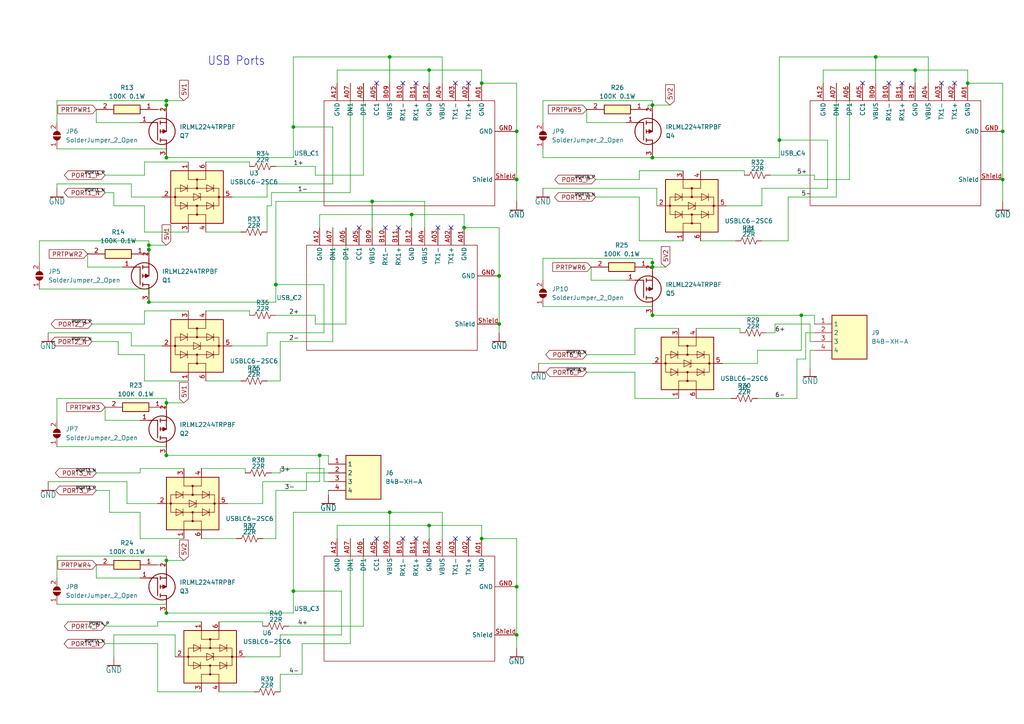
<source format=kicad_sch>
(kicad_sch (version 20230121) (generator eeschema)
  (paper "A4")
  (lib_symbols
    (symbol "Connector:PLUG-USBC-121SMT-4BS2S"
      (property "Reference" "USB_C" (at 0 0 0))
      (symbol "PLUG-USBC-121SMT-4BS2S_1_1"
        (pin bidirectional line (at 20.32 -49.53 180) (length 5.08) (name "GND") (number "A01"))
        (pin bidirectional line (at 20.32 -45.72 180) (length 5.08) (name "TX1+") (number "A02"))
        (pin bidirectional line (at 20.32 -41.91 180) (length 5.08) (name "TX1-") (number "A03"))
        (pin bidirectional line (at 20.32 -38.1 180) (length 5.08) (name "VBUS") (number "A04"))
        (pin bidirectional line (at 20.32 -19.05 180) (length 5.08) (name "CC1") (number "A05"))
        (pin bidirectional line (at 20.32 -15.24 180) (length 5.08) (name "DP1") (number "A06"))
        (pin bidirectional line (at 20.32 -11.43 180) (length 5.08) (name "DN1") (number "A07"))
        (pin bidirectional line (at 20.32 -7.62 180) (length 5.08) (name "GND") (number "A12"))
        (pin bidirectional line (at 20.32 -22.86 180) (length 5.08) (name "VBUS") (number "B09"))
        (pin bidirectional line (at 20.32 -26.67 180) (length 5.08) (name "RX1-") (number "B10"))
        (pin bidirectional line (at 20.32 -30.48 180) (length 5.08) (name "RX1+") (number "B11"))
        (pin bidirectional line (at 20.32 -34.29 180) (length 5.08) (name "GND") (number "B12"))
        (pin bidirectional line (at 6.35 -59.69 90) (length 6.35) (name "GND") (number "GND"))
        (pin bidirectional line (at -7.62 -59.69 90) (length 6.35) (name "Shield") (number "Shield"))
      )
    )
    (symbol "Device:R_US" (pin_numbers hide) (pin_names (offset 0))
      (property "Reference" "R" (at 2.54 0 90))
      (property "Value" "R_US" (at -2.54 0 90))
      (symbol "R_US_1_1"
        (pin passive line (at 0 3.81 270) (length 1.27) (name "~") (number "1"))
        (pin passive line (at 0 -3.81 90) (length 1.27) (name "~") (number "2"))
      )
    )
    (symbol "Jumper:SolderJumper_2_Open" (pin_names (offset 0) hide)
      (property "Reference" "JP" (at 0 2.032 0))
      (property "Value" "SolderJumper_2_Open" (at 0 -2.54 0))
      (symbol "SolderJumper_2_Open_1_1"
        (pin passive line (at -3.81 0 0) (length 2.54) (name "A") (number "1"))
        (pin passive line (at 3.81 0 180) (length 2.54) (name "B") (number "2"))
      )
    )
    (symbol "PLUG-USBC-121SMT-4BS2S_1"
      (property "Reference" "USB_C" (at 0 0 0))
      (symbol "PLUG-USBC-121SMT-4BS2S_1_1_1"
        (pin bidirectional line (at 20.32 -49.53 180) (length 5.08) (name "GND") (number "A01"))
        (pin bidirectional line (at 20.32 -45.72 180) (length 5.08) (name "TX1+") (number "A02"))
        (pin bidirectional line (at 20.32 -41.91 180) (length 5.08) (name "TX1-") (number "A03"))
        (pin bidirectional line (at 20.32 -38.1 180) (length 5.08) (name "VBUS") (number "A04"))
        (pin bidirectional line (at 20.32 -19.05 180) (length 5.08) (name "CC1") (number "A05"))
        (pin bidirectional line (at 20.32 -15.24 180) (length 5.08) (name "DP1") (number "A06"))
        (pin bidirectional line (at 20.32 -11.43 180) (length 5.08) (name "DN1") (number "A07"))
        (pin bidirectional line (at 20.32 -7.62 180) (length 5.08) (name "GND") (number "A12"))
        (pin bidirectional line (at 20.32 -22.86 180) (length 5.08) (name "VBUS") (number "B09"))
        (pin bidirectional line (at 20.32 -26.67 180) (length 5.08) (name "RX1-") (number "B10"))
        (pin bidirectional line (at 20.32 -30.48 180) (length 5.08) (name "RX1+") (number "B11"))
        (pin bidirectional line (at 20.32 -34.29 180) (length 5.08) (name "GND") (number "B12"))
        (pin bidirectional line (at 6.35 -59.69 90) (length 6.35) (name "GND") (number "GND"))
        (pin bidirectional line (at -7.62 -59.69 90) (length 6.35) (name "Shield") (number "Shield"))
      )
    )
    (symbol "Power_Protection:USBLC6-2SC6" (pin_names hide)
      (property "Reference" "U" (at 2.54 8.89 0))
      (property "Value" "USBLC6-2SC6" (at 2.54 -8.89 0))
      (symbol "USBLC6-2SC6_1_1"
        (pin passive line (at -10.16 -2.54 0) (length 2.54) (name "I/O1") (number "1"))
        (pin passive line (at 0 -10.16 90) (length 2.54) (name "GND") (number "2"))
        (pin passive line (at 10.16 -2.54 180) (length 2.54) (name "I/O2") (number "3"))
        (pin passive line (at 10.16 2.54 180) (length 2.54) (name "I/O2") (number "4"))
        (pin passive line (at 0 10.16 270) (length 2.54) (name "VBUS") (number "5"))
        (pin passive line (at -10.16 2.54 0) (length 2.54) (name "I/O1") (number "6"))
      )
    )
    (symbol "Qwiic-USB_Hub-eagle-import:GND" (power)
      (property "Value" "GND" (at 0 -0.254 0))
      (symbol "GND_1_0"
        (pin power_in line (at 0 2.54 270) (length 2.54) (name "GND") (number "1"))
      )
    )
    (symbol "SamacSys_Parts:B4B-XH-A"
      (property "Reference" "J" (at 16.51 7.62 0))
      (property "Value" "B4B-XH-A" (at 16.51 5.08 0))
      (symbol "B4B-XH-A_1_1"
        (pin passive line (at 0 0 0) (length 5.08) (name "1") (number "1"))
        (pin passive line (at 0 -2.54 0) (length 5.08) (name "2") (number "2"))
        (pin passive line (at 0 -5.08 0) (length 5.08) (name "3") (number "3"))
        (pin passive line (at 0 -7.62 0) (length 5.08) (name "4") (number "4"))
      )
    )
    (symbol "SamacSys_Parts:IRLML2244TRPBF" (pin_names hide)
      (property "Reference" "Q" (at 11.43 3.81 0))
      (property "Value" "IRLML2244TRPBF" (at 11.43 1.27 0))
      (symbol "IRLML2244TRPBF_1_1"
        (pin passive line (at 0 0 0) (length 2.54) (name "G") (number "1"))
        (pin passive line (at 7.62 -5.08 90) (length 2.54) (name "S") (number "2"))
        (pin passive line (at 7.62 10.16 270) (length 2.54) (name "D") (number "3"))
      )
    )
    (symbol "SamacSys_Parts:RMCF0603FT100K" (pin_names hide)
      (property "Reference" "R" (at 13.97 6.35 0))
      (property "Value" "RMCF0603FT100K" (at 13.97 3.81 0))
      (symbol "RMCF0603FT100K_1_1"
        (pin passive line (at 0 0 0) (length 5.08) (name "1") (number "1"))
        (pin passive line (at 17.78 0 180) (length 5.08) (name "2") (number "2"))
      )
    )
  )
  (junction (at 189.23 76.2))
  (junction (at 85.09 171.45))
  (junction (at 149.86 52.07))
  (junction (at 43.18 72.39))
  (junction (at 139.7 24.13))
  (junction (at 48.26 45.72))
  (junction (at 189.23 77.47))
  (junction (at 92.71 132.08))
  (junction (at 232.41 91.44))
  (junction (at 189.23 91.44))
  (junction (at 107.95 58.42))
  (junction (at 139.7 156.21))
  (junction (at 124.46 152.4))
  (junction (at 85.09 36.83))
  (junction (at 119.38 62.23))
  (junction (at 189.23 45.72))
  (junction (at 113.03 16.51))
  (junction (at 48.26 177.8))
  (junction (at 134.62 66.04))
  (junction (at 144.78 93.98))
  (junction (at 48.26 162.56))
  (junction (at 254 16.51))
  (junction (at 290.83 38.1))
  (junction (at 113.03 148.59))
  (junction (at 43.18 87.63))
  (junction (at 265.43 20.32))
  (junction (at 149.86 184.15))
  (junction (at 43.18 71.12))
  (junction (at 226.06 40.64))
  (junction (at 149.86 38.1))
  (junction (at 48.26 132.08))
  (junction (at 189.23 30.48))
  (junction (at 48.26 116.84))
  (junction (at 290.83 52.07))
  (junction (at 124.46 20.32))
  (junction (at 149.86 170.18))
  (junction (at 280.67 24.13))
  (junction (at 144.78 80.01))
  (junction (at 80.01 82.55))
  (junction (at 48.26 30.48))
  (junction (at 48.26 29.21))
  (no_connect (at 116.84 156.21))
  (no_connect (at 257.81 24.13))
  (no_connect (at 120.65 24.13))
  (no_connect (at 135.89 156.21))
  (no_connect (at 273.05 24.13))
  (no_connect (at 104.14 66.04))
  (no_connect (at 120.65 156.21))
  (no_connect (at 132.08 24.13))
  (no_connect (at 115.57 66.04))
  (no_connect (at 109.22 156.21))
  (no_connect (at 135.89 24.13))
  (no_connect (at 261.62 24.13))
  (no_connect (at 109.22 24.13))
  (no_connect (at 276.86 24.13))
  (no_connect (at 132.08 156.21))
  (no_connect (at 116.84 24.13))
  (no_connect (at 111.76 66.04))
  (no_connect (at 130.81 66.04))
  (no_connect (at 250.19 24.13))
  (no_connect (at 127 66.04))
  (wire (pts (xy 290.83 24.13) (xy 280.67 24.13)) (stroke (width 0.1524)))
  (wire (pts (xy 80.01 82.55) (xy 80.01 58.42)) (stroke (width 0.1524)))
  (wire (pts (xy 43.18 87.63) (xy 80.01 87.63)) (stroke (width 0.1524)))
  (wire (pts (xy 99.06 184.15) (xy 99.06 171.45)))
  (wire (pts (xy 185.42 57.15) (xy 185.42 69.85)))
  (wire (pts (xy 48.26 116.84) (xy 48.26 118.11)))
  (wire (pts (xy 242.57 24.13) (xy 242.57 57.15)))
  (wire (pts (xy 92.71 62.23) (xy 119.38 62.23)))
  (wire (pts (xy 85.09 45.72) (xy 85.09 36.83)) (stroke (width 0.1524)))
  (wire (pts (xy 45.72 163.83) (xy 48.26 163.83)))
  (wire (pts (xy 149.86 52.07) (xy 149.86 58.42)) (stroke (width 0.1524)))
  (wire (pts (xy 149.86 24.13) (xy 149.86 38.1)) (stroke (width 0.1524)))
  (wire (pts (xy 226.06 40.64) (xy 226.06 16.51)) (stroke (width 0.1524)))
  (wire (pts (xy 157.48 45.72) (xy 189.23 45.72)))
  (wire (pts (xy 246.38 50.8) (xy 246.38 41.91)) (stroke (width 0.1524)))
  (wire (pts (xy 290.83 24.13) (xy 290.83 38.1)) (stroke (width 0.1524)))
  (wire (pts (xy 87.63 195.58) (xy 87.63 186.69)))
  (wire (pts (xy 41.91 46.99) (xy 54.61 46.99)))
  (wire (pts (xy 190.5 54.61) (xy 190.5 59.69)))
  (wire (pts (xy 144.78 66.04) (xy 134.62 66.04)) (stroke (width 0.1524)))
  (wire (pts (xy 77.47 96.52) (xy 93.98 96.52)))
  (wire (pts (xy 27.94 31.75) (xy 27.94 35.56)))
  (wire (pts (xy 81.28 110.49) (xy 77.47 110.49)))
  (wire (pts (xy 144.78 93.98) (xy 144.78 96.52)) (stroke (width 0.1524)))
  (wire (pts (xy 113.03 16.51) (xy 113.03 24.13)) (stroke (width 0.1524)))
  (wire (pts (xy 189.23 91.44) (xy 232.41 91.44)) (stroke (width 0.1524)))
  (wire (pts (xy 78.74 55.88) (xy 101.6 55.88)))
  (wire (pts (xy 170.18 31.75) (xy 170.18 35.56)))
  (wire (pts (xy 226.06 40.64) (xy 240.03 40.64)))
  (wire (pts (xy 88.9 137.16) (xy 95.25 137.16)))
  (wire (pts (xy 134.62 62.23) (xy 134.62 66.04)))
  (wire (pts (xy 58.42 135.89) (xy 71.12 135.89)))
  (wire (pts (xy 123.19 58.42) (xy 107.95 58.42)))
  (wire (pts (xy 128.27 148.59) (xy 113.03 148.59)))
  (wire (pts (xy 203.2 69.85) (xy 213.36 69.85)))
  (wire (pts (xy 238.76 20.32) (xy 265.43 20.32)))
  (wire (pts (xy 48.26 29.21) (xy 53.34 29.21)))
  (wire (pts (xy 170.18 102.87) (xy 184.15 102.87)))
  (wire (pts (xy 232.41 101.6) (xy 232.41 91.44)))
  (wire (pts (xy 187.96 30.48) (xy 187.96 31.75)) (stroke (width 0.1524)))
  (wire (pts (xy 48.26 45.72) (xy 85.09 45.72)) (stroke (width 0.1524)))
  (wire (pts (xy 77.47 59.69) (xy 78.74 59.69)))
  (wire (pts (xy 16.51 43.18) (xy 48.26 43.18)))
  (wire (pts (xy 77.47 67.31) (xy 77.47 59.69)))
  (wire (pts (xy 157.48 35.56) (xy 157.48 29.21)))
  (wire (pts (xy 33.02 59.69) (xy 41.91 59.69)))
  (wire (pts (xy 101.6 55.88) (xy 101.6 24.13)))
  (wire (pts (xy 80.01 142.24) (xy 80.01 156.21)))
  (wire (pts (xy 13.97 139.7) (xy 36.83 139.7)))
  (wire (pts (xy 16.51 54.61) (xy 16.51 53.34)))
  (wire (pts (xy 81.28 184.15) (xy 81.28 190.5)))
  (wire (pts (xy 113.03 148.59) (xy 113.03 156.21)) (stroke (width 0.1524)))
  (wire (pts (xy 45.72 186.69) (xy 45.72 200.66)))
  (wire (pts (xy 16.51 121.92) (xy 16.51 115.57)))
  (wire (pts (xy 25.4 77.47) (xy 35.56 77.47)) (stroke (width 0.1524)))
  (wire (pts (xy 123.19 66.04) (xy 123.19 58.42)))
  (wire (pts (xy 31.75 148.59) (xy 40.64 148.59)))
  (wire (pts (xy 119.38 62.23) (xy 134.62 62.23)))
  (wire (pts (xy 105.41 181.61) (xy 105.41 173.99)) (stroke (width 0.1524)))
  (wire (pts (xy 48.26 31.75) (xy 48.26 30.48)))
  (wire (pts (xy 33.02 184.15) (xy 50.8 184.15)))
  (wire (pts (xy 38.1 57.15) (xy 38.1 53.34)))
  (wire (pts (xy 16.51 29.21) (xy 48.26 29.21)))
  (wire (pts (xy 209.55 105.41) (xy 219.71 105.41)))
  (wire (pts (xy 16.51 115.57) (xy 48.26 115.57)))
  (wire (pts (xy 87.63 186.69) (xy 101.6 186.69)))
  (wire (pts (xy 59.69 110.49) (xy 69.85 110.49)))
  (wire (pts (xy 124.46 152.4) (xy 139.7 152.4)))
  (wire (pts (xy 43.18 69.85) (xy 43.18 71.12)) (stroke (width 0.1524)))
  (wire (pts (xy 107.95 58.42) (xy 107.95 66.04)))
  (wire (pts (xy 92.71 132.08) (xy 95.25 132.08)) (stroke (width 0.1524)))
  (wire (pts (xy 226.06 16.51) (xy 254 16.51)) (stroke (width 0.1524)))
  (wire (pts (xy 93.98 135.89) (xy 81.28 135.89)))
  (wire (pts (xy 113.03 16.51) (xy 113.03 24.13)))
  (wire (pts (xy 128.27 16.51) (xy 113.03 16.51)))
  (wire (pts (xy 234.95 99.06) (xy 234.95 93.98)))
  (wire (pts (xy 265.43 20.32) (xy 265.43 24.13)))
  (wire (pts (xy 139.7 20.32) (xy 139.7 24.13)))
  (wire (pts (xy 41.91 102.87) (xy 41.91 110.49)))
  (wire (pts (xy 83.82 181.61) (xy 95.25 181.61)))
  (wire (pts (xy 77.47 53.34) (xy 96.52 53.34)))
  (wire (pts (xy 11.43 69.85) (xy 43.18 69.85)))
  (wire (pts (xy 91.44 48.26) (xy 91.44 50.8)))
  (wire (pts (xy 50.8 184.15) (xy 50.8 190.5)))
  (wire (pts (xy 11.43 83.82) (xy 43.18 83.82)))
  (wire (pts (xy 246.38 24.13) (xy 246.38 41.91)))
  (wire (pts (xy 58.42 156.21) (xy 68.58 156.21)))
  (wire (pts (xy 156.21 105.41) (xy 189.23 105.41)))
  (wire (pts (xy 48.26 116.84) (xy 53.34 116.84)))
  (wire (pts (xy 48.26 132.08) (xy 92.71 132.08)) (stroke (width 0.1524)))
  (wire (pts (xy 149.86 24.13) (xy 139.7 24.13)) (stroke (width 0.1524)))
  (wire (pts (xy 46.99 100.33) (xy 38.1 100.33)))
  (wire (pts (xy 41.91 93.98) (xy 41.91 90.17)))
  (wire (pts (xy 228.6 69.85) (xy 228.6 57.15)))
  (wire (pts (xy 124.46 20.32) (xy 124.46 24.13)))
  (wire (pts (xy 40.64 137.16) (xy 40.64 135.89)))
  (wire (pts (xy 67.31 57.15) (xy 77.47 57.15)))
  (wire (pts (xy 80.01 87.63) (xy 80.01 82.55)) (stroke (width 0.1524)))
  (wire (pts (xy 101.6 156.21) (xy 101.6 186.69)))
  (wire (pts (xy 30.48 50.8) (xy 41.91 50.8)))
  (wire (pts (xy 33.02 190.5) (xy 33.02 184.15)))
  (wire (pts (xy 220.98 69.85) (xy 228.6 69.85)))
  (wire (pts (xy 149.86 156.21) (xy 149.86 170.18)) (stroke (width 0.1524)))
  (wire (pts (xy 107.95 58.42) (xy 107.95 66.04)) (stroke (width 0.1524)))
  (wire (pts (xy 157.48 88.9) (xy 189.23 88.9)))
  (wire (pts (xy 34.29 102.87) (xy 41.91 102.87)))
  (wire (pts (xy 172.72 57.15) (xy 185.42 57.15)))
  (wire (pts (xy 189.23 29.21) (xy 189.23 30.48)) (stroke (width 0.1524)))
  (wire (pts (xy 38.1 100.33) (xy 38.1 96.52)))
  (wire (pts (xy 157.48 29.21) (xy 189.23 29.21)))
  (wire (pts (xy 85.09 171.45) (xy 85.09 148.59)) (stroke (width 0.1524)))
  (wire (pts (xy 85.09 177.8) (xy 85.09 171.45)) (stroke (width 0.1524)))
  (wire (pts (xy 220.98 54.61) (xy 220.98 59.69)))
  (wire (pts (xy 66.04 146.05) (xy 76.2 146.05)))
  (wire (pts (xy 81.28 195.58) (xy 87.63 195.58)))
  (wire (pts (xy 149.86 156.21) (xy 139.7 156.21)) (stroke (width 0.1524)))
  (wire (pts (xy 189.23 76.2) (xy 189.23 77.47)) (stroke (width 0.1524)))
  (wire (pts (xy 269.24 16.51) (xy 254 16.51)))
  (wire (pts (xy 210.82 59.69) (xy 220.98 59.69)))
  (wire (pts (xy 59.69 46.99) (xy 72.39 46.99)))
  (wire (pts (xy 91.44 93.98) (xy 100.33 93.98)))
  (wire (pts (xy 97.79 156.21) (xy 97.79 152.4)))
  (wire (pts (xy 48.26 115.57) (xy 48.26 116.84)) (stroke (width 0.1524)))
  (wire (pts (xy 189.23 45.72) (xy 226.06 45.72)) (stroke (width 0.1524)))
  (wire (pts (xy 269.24 24.13) (xy 269.24 16.51)))
  (wire (pts (xy 171.45 77.47) (xy 171.45 81.28)))
  (wire (pts (xy 16.51 161.29) (xy 48.26 161.29)))
  (wire (pts (xy 91.44 50.8) (xy 105.41 50.8)))
  (wire (pts (xy 96.52 53.34) (xy 96.52 36.83)))
  (wire (pts (xy 16.51 129.54) (xy 48.26 129.54)))
  (wire (pts (xy 33.02 59.69) (xy 33.02 55.88)))
  (wire (pts (xy 43.18 71.12) (xy 43.18 72.39)) (stroke (width 0.1524)))
  (wire (pts (xy 170.18 35.56) (xy 181.61 35.56)) (stroke (width 0.1524)))
  (wire (pts (xy 45.72 31.75) (xy 48.26 31.75)))
  (wire (pts (xy 80.01 58.42) (xy 107.95 58.42)) (stroke (width 0.1524)))
  (wire (pts (xy 72.39 46.99) (xy 72.39 48.26)))
  (wire (pts (xy 34.29 99.06) (xy 34.29 102.87)))
  (wire (pts (xy 30.48 181.61) (xy 45.72 181.61)))
  (wire (pts (xy 85.09 148.59) (xy 113.03 148.59)) (stroke (width 0.1524)))
  (wire (pts (xy 41.91 90.17) (xy 54.61 90.17)))
  (wire (pts (xy 219.71 101.6) (xy 232.41 101.6)))
  (wire (pts (xy 45.72 200.66) (xy 58.42 200.66)))
  (wire (pts (xy 139.7 152.4) (xy 139.7 156.21)))
  (wire (pts (xy 77.47 57.15) (xy 77.47 53.34)))
  (wire (pts (xy 59.69 90.17) (xy 72.39 90.17)))
  (wire (pts (xy 189.23 74.93) (xy 189.23 76.2)) (stroke (width 0.1524)))
  (wire (pts (xy 189.23 77.47) (xy 193.04 77.47)))
  (wire (pts (xy 189.23 30.48) (xy 194.31 30.48)))
  (wire (pts (xy 63.5 200.66) (xy 73.66 200.66)))
  (wire (pts (xy 232.41 91.44) (xy 236.22 91.44)) (stroke (width 0.1524)))
  (wire (pts (xy 124.46 152.4) (xy 124.46 156.21)))
  (wire (pts (xy 223.52 50.8) (xy 236.22 50.8)))
  (wire (pts (xy 236.22 52.07) (xy 246.38 52.07)))
  (wire (pts (xy 215.9 49.53) (xy 215.9 50.8)))
  (wire (pts (xy 149.86 187.96) (xy 149.86 184.15)) (stroke (width 0.1524)))
  (wire (pts (xy 95.25 132.08) (xy 95.25 134.62)) (stroke (width 0.1524)))
  (wire (pts (xy 149.86 38.1) (xy 149.86 52.07)) (stroke (width 0.1524)))
  (wire (pts (xy 280.67 20.32) (xy 280.67 24.13)))
  (wire (pts (xy 100.33 66.04) (xy 100.33 83.82)))
  (wire (pts (xy 157.48 54.61) (xy 190.5 54.61)))
  (wire (pts (xy 228.6 57.15) (xy 242.57 57.15)))
  (wire (pts (xy 214.63 95.25) (xy 214.63 96.52)))
  (wire (pts (xy 119.38 62.23) (xy 119.38 66.04)))
  (wire (pts (xy 184.15 115.57) (xy 196.85 115.57)))
  (wire (pts (xy 26.67 99.06) (xy 34.29 99.06)))
  (wire (pts (xy 95.25 139.7) (xy 93.98 139.7)))
  (wire (pts (xy 40.64 156.21) (xy 53.34 156.21)))
  (wire (pts (xy 41.91 50.8) (xy 41.91 46.99)))
  (wire (pts (xy 45.72 181.61) (xy 45.72 180.34)))
  (wire (pts (xy 27.94 35.56) (xy 40.64 35.56)) (stroke (width 0.1524)))
  (wire (pts (xy 233.68 96.52) (xy 233.68 104.14)))
  (wire (pts (xy 220.98 54.61) (xy 240.03 54.61)))
  (wire (pts (xy 219.71 105.41) (xy 219.71 101.6)))
  (wire (pts (xy 236.22 50.8) (xy 236.22 52.07)))
  (wire (pts (xy 13.97 96.52) (xy 38.1 96.52)))
  (wire (pts (xy 48.26 161.29) (xy 48.26 162.56)) (stroke (width 0.1524)))
  (wire (pts (xy 63.5 180.34) (xy 76.2 180.34)))
  (wire (pts (xy 157.48 81.28) (xy 157.48 74.93)))
  (wire (pts (xy 33.02 121.92) (xy 40.64 121.92)))
  (wire (pts (xy 222.25 96.52) (xy 224.79 96.52)))
  (wire (pts (xy 144.78 80.01) (xy 144.78 93.98)) (stroke (width 0.1524)))
  (wire (pts (xy 71.12 135.89) (xy 71.12 137.16)))
  (wire (pts (xy 48.26 162.56) (xy 53.34 162.56)))
  (wire (pts (xy 128.27 24.13) (xy 128.27 16.51)))
  (wire (pts (xy 80.01 91.44) (xy 91.44 91.44)))
  (wire (pts (xy 81.28 184.15) (xy 99.06 184.15)))
  (wire (pts (xy 88.9 142.24) (xy 88.9 137.16)))
  (wire (pts (xy 81.28 99.06) (xy 96.52 99.06)))
  (wire (pts (xy 201.93 115.57) (xy 212.09 115.57)))
  (wire (pts (xy 187.96 30.48) (xy 189.23 30.48)) (stroke (width 0.1524)))
  (wire (pts (xy 16.51 53.34) (xy 38.1 53.34)))
  (wire (pts (xy 48.26 129.54) (xy 48.26 132.08)) (stroke (width 0.1524)))
  (wire (pts (xy 233.68 104.14) (xy 231.14 104.14)))
  (wire (pts (xy 96.52 66.04) (xy 96.52 99.06)))
  (wire (pts (xy 93.98 139.7) (xy 93.98 135.89)))
  (wire (pts (xy 99.06 171.45) (xy 85.09 171.45)))
  (wire (pts (xy 40.64 135.89) (xy 53.34 135.89)))
  (wire (pts (xy 157.48 74.93) (xy 189.23 74.93)))
  (wire (pts (xy 16.51 175.26) (xy 48.26 175.26)))
  (wire (pts (xy 170.18 107.95) (xy 184.15 107.95)))
  (wire (pts (xy 97.79 20.32) (xy 124.46 20.32)))
  (wire (pts (xy 45.72 180.34) (xy 58.42 180.34)))
  (wire (pts (xy 97.79 152.4) (xy 124.46 152.4)))
  (wire (pts (xy 30.48 186.69) (xy 45.72 186.69)))
  (wire (pts (xy 27.94 163.83) (xy 27.94 167.64)))
  (wire (pts (xy 185.42 49.53) (xy 198.12 49.53)))
  (wire (pts (xy 16.51 167.64) (xy 16.51 161.29)))
  (wire (pts (xy 41.91 67.31) (xy 54.61 67.31)))
  (wire (pts (xy 100.33 92.71) (xy 100.33 83.82)) (stroke (width 0.1524)))
  (wire (pts (xy 184.15 102.87) (xy 184.15 95.25)))
  (wire (pts (xy 85.09 36.83) (xy 85.09 16.51)) (stroke (width 0.1524)))
  (wire (pts (xy 265.43 20.32) (xy 280.67 20.32)))
  (wire (pts (xy 16.51 35.56) (xy 16.51 29.21)))
  (wire (pts (xy 76.2 139.7) (xy 92.71 139.7)))
  (wire (pts (xy 95.25 181.61) (xy 105.41 181.61)) (stroke (width 0.1524)))
  (wire (pts (xy 128.27 156.21) (xy 128.27 148.59)))
  (wire (pts (xy 48.26 43.18) (xy 48.26 45.72)))
  (wire (pts (xy 246.38 52.07) (xy 246.38 50.8)))
  (wire (pts (xy 231.14 104.14) (xy 231.14 115.57)))
  (wire (pts (xy 219.71 115.57) (xy 231.14 115.57)))
  (wire (pts (xy 85.09 16.51) (xy 113.03 16.51)) (stroke (width 0.1524)))
  (wire (pts (xy 59.69 67.31) (xy 69.85 67.31)))
  (wire (pts (xy 290.83 52.07) (xy 290.83 58.42)) (stroke (width 0.1524)))
  (wire (pts (xy 26.67 93.98) (xy 41.91 93.98)))
  (wire (pts (xy 46.99 57.15) (xy 38.1 57.15)))
  (wire (pts (xy 78.74 137.16) (xy 81.28 137.16)))
  (wire (pts (xy 71.12 190.5) (xy 81.28 190.5)))
  (wire (pts (xy 45.72 146.05) (xy 36.83 146.05)))
  (wire (pts (xy 105.41 50.8) (xy 105.41 24.13)))
  (wire (pts (xy 184.15 95.25) (xy 196.85 95.25)))
  (wire (pts (xy 240.03 54.61) (xy 240.03 40.64)))
  (wire (pts (xy 97.79 24.13) (xy 97.79 20.32)))
  (wire (pts (xy 95.25 142.24) (xy 95.25 143.51)) (stroke (width 0.1524)))
  (wire (pts (xy 76.2 180.34) (xy 76.2 181.61)))
  (wire (pts (xy 40.64 148.59) (xy 40.64 156.21)))
  (wire (pts (xy 80.01 156.21) (xy 76.2 156.21)))
  (wire (pts (xy 27.94 167.64) (xy 40.64 167.64)) (stroke (width 0.1524)))
  (wire (pts (xy 233.68 96.52) (xy 236.22 96.52)))
  (wire (pts (xy 92.71 132.08) (xy 92.71 139.7)))
  (wire (pts (xy 80.01 142.24) (xy 88.9 142.24)))
  (wire (pts (xy 234.95 101.6) (xy 234.95 106.68)) (stroke (width 0.1524)))
  (wire (pts (xy 43.18 71.12) (xy 48.26 71.12)))
  (wire (pts (xy 226.06 45.72) (xy 226.06 40.64)) (stroke (width 0.1524)))
  (wire (pts (xy 80.01 48.26) (xy 91.44 48.26)))
  (wire (pts (xy 81.28 200.66) (xy 81.28 195.58)))
  (wire (pts (xy 171.45 81.28) (xy 181.61 81.28)) (stroke (width 0.1524)))
  (wire (pts (xy 27.94 137.16) (xy 40.64 137.16)))
  (wire (pts (xy 93.98 96.52) (xy 93.98 82.55)))
  (wire (pts (xy 290.83 38.1) (xy 290.83 52.07)) (stroke (width 0.1524)))
  (wire (pts (xy 48.26 175.26) (xy 48.26 177.8)) (stroke (width 0.1524)))
  (wire (pts (xy 254 16.51) (xy 254 24.13)))
  (wire (pts (xy 81.28 135.89) (xy 81.28 137.16)))
  (wire (pts (xy 236.22 91.44) (xy 236.22 93.98)) (stroke (width 0.1524)))
  (wire (pts (xy 41.91 110.49) (xy 54.61 110.49)))
  (wire (pts (xy 93.98 82.55) (xy 80.01 82.55)))
  (wire (pts (xy 27.94 142.24) (xy 31.75 142.24)))
  (wire (pts (xy 189.23 88.9) (xy 189.23 91.44)) (stroke (width 0.1524)))
  (wire (pts (xy 72.39 90.17) (xy 72.39 91.44)))
  (wire (pts (xy 224.79 93.98) (xy 224.79 96.52)))
  (wire (pts (xy 92.71 66.04) (xy 92.71 62.23)))
  (wire (pts (xy 30.48 55.88) (xy 33.02 55.88)))
  (wire (pts (xy 203.2 49.53) (xy 215.9 49.53)))
  (wire (pts (xy 48.26 177.8) (xy 85.09 177.8)) (stroke (width 0.1524)))
  (wire (pts (xy 33.02 121.92) (xy 30.48 121.92)) (stroke (width 0.1524)))
  (wire (pts (xy 11.43 76.2) (xy 11.43 69.85)))
  (wire (pts (xy 234.95 101.6) (xy 236.22 101.6)) (stroke (width 0.1524)))
  (wire (pts (xy 185.42 52.07) (xy 185.42 49.53)))
  (wire (pts (xy 41.91 59.69) (xy 41.91 67.31)))
  (wire (pts (xy 172.72 52.07) (xy 185.42 52.07)))
  (wire (pts (xy 234.95 93.98) (xy 224.79 93.98)))
  (wire (pts (xy 30.48 118.11) (xy 30.48 121.92)))
  (wire (pts (xy 91.44 91.44) (xy 91.44 93.98)))
  (wire (pts (xy 185.42 69.85) (xy 198.12 69.85)))
  (wire (pts (xy 100.33 93.98) (xy 100.33 92.71)))
  (wire (pts (xy 76.2 139.7) (xy 76.2 146.05)))
  (wire (pts (xy 81.28 99.06) (xy 81.28 110.49)))
  (wire (pts (xy 43.18 85.09) (xy 43.18 87.63)) (stroke (width 0.1524)))
  (wire (pts (xy 144.78 66.04) (xy 144.78 80.01)) (stroke (width 0.1524)))
  (wire (pts (xy 43.18 83.82) (xy 43.18 85.09)))
  (wire (pts (xy 105.41 156.21) (xy 105.41 173.99)))
  (wire (pts (xy 254 16.51) (xy 254 24.13)) (stroke (width 0.1524)))
  (wire (pts (xy 43.18 72.39) (xy 43.18 73.66)) (stroke (width 0.1524)))
  (wire (pts (xy 67.31 100.33) (xy 77.47 100.33)))
  (wire (pts (xy 48.26 163.83) (xy 48.26 162.56)))
  (wire (pts (xy 77.47 100.33) (xy 77.47 96.52)))
  (wire (pts (xy 184.15 107.95) (xy 184.15 115.57)))
  (wire (pts (xy 124.46 20.32) (xy 139.7 20.32)))
  (wire (pts (xy 238.76 24.13) (xy 238.76 20.32)))
  (wire (pts (xy 48.26 29.21) (xy 48.26 30.48)))
  (wire (pts (xy 96.52 36.83) (xy 85.09 36.83)))
  (wire (pts (xy 113.03 148.59) (xy 113.03 156.21)))
  (wire (pts (xy 236.22 99.06) (xy 234.95 99.06)))
  (wire (pts (xy 31.75 142.24) (xy 31.75 148.59)))
  (wire (pts (xy 149.86 170.18) (xy 149.86 184.15)) (stroke (width 0.1524)))
  (wire (pts (xy 25.4 73.66) (xy 25.4 77.47)))
  (wire (pts (xy 78.74 59.69) (xy 78.74 55.88)))
  (wire (pts (xy 36.83 146.05) (xy 36.83 139.7)))
  (wire (pts (xy 157.48 45.72) (xy 157.48 43.18)))
  (wire (pts (xy 201.93 95.25) (xy 214.63 95.25)))
  (text "USB Ports" (at 68.58 17.78 0) (effects (font (size 2.54 2.159))))
  (label "2+" (at 83.82 91.44 0))
  (label "6+" (at 224.79 96.52 0))
  (label "PORT3_P" (at 27.94 142.24 180) (effects (font (size 0.889 0.889))))
  (label "3+" (at 81.28 137.16 0))
  (label "1+" (at 85.09 48.26 0))
  (label "PORT6_P" (at 170.18 107.95 180) (effects (font (size 0.889 0.889))))
  (label "PORT2_N" (at 26.67 99.06 180) (effects (font (size 0.889 0.889))))
  (label "6-" (at 224.79 115.57 0))
  (label "4-" (at 83.82 195.58 0))
  (label "PORT4_N" (at 30.48 186.69 180) (effects (font (size 0.889 0.889))))
  (label "PORT1_P" (at 30.48 50.8 180) (effects (font (size 0.889 0.889))))
  (label "PORT3_N" (at 27.94 137.16 180) (effects (font (size 0.889 0.889))))
  (label "PORT2_P" (at 26.67 93.98 180) (effects (font (size 0.889 0.889))))
  (label "1-" (at 86.36 55.88 0))
  (label "PORT4_P" (at 31.75 181.61 180) (effects (font (size 0.889 0.889))))
  (label "5-" (at 232.41 57.15 0))
  (label "PORT5_N" (at 172.72 57.15 180) (effects (font (size 0.889 0.889))))
  (label "PORT6_N" (at 170.18 102.87 180) (effects (font (size 0.889 0.889))))
  (label "4+" (at 86.36 181.61 0))
  (label "PORT5_P" (at 172.72 52.07 180) (effects (font (size 0.889 0.889))))
  (label "2-" (at 83.82 99.06 0))
  (label "5+" (at 231.14 50.8 0))
  (label "3-" (at 82.55 142.24 0))
  (label "PORT1_N" (at 30.48 55.88 180) (effects (font (size 0.889 0.889))))
  (global_label "5V2" (shape input) (at 53.34 162.56 90) (property "Intersheetrefs" "${INTERSHEET_REFS}" (effects hide)))
  (global_label "PORT1_P" (shape bidirectional) (at 30.48 50.8 180) (property "Intersheetrefs" "${INTERSHEET_REFS}" (effects hide)))
  (global_label "PORT5_N" (shape bidirectional) (at 172.72 57.15 180) (property "Intersheetrefs" "${INTERSHEET_REFS}" (effects hide)))
  (global_label "PORT3_N" (shape bidirectional) (at 27.94 137.16 180) (property "Intersheetrefs" "${INTERSHEET_REFS}" (effects hide)))
  (global_label "PORT3_P" (shape bidirectional) (at 27.94 142.24 180) (property "Intersheetrefs" "${INTERSHEET_REFS}" (effects hide)))
  (global_label "PRTPWR5" (shape input) (at 170.18 31.75 180) (property "Intersheetrefs" "${INTERSHEET_REFS}" (effects hide)))
  (global_label "PORT6_N" (shape bidirectional) (at 170.18 102.87 180) (property "Intersheetrefs" "${INTERSHEET_REFS}" (effects hide)))
  (global_label "5V1" (shape input) (at 53.34 116.84 90) (property "Intersheetrefs" "${INTERSHEET_REFS}" (effects hide)))
  (global_label "PRTPWR3" (shape input) (at 30.48 118.11 180) (property "Intersheetrefs" "${INTERSHEET_REFS}" (effects hide)))
  (global_label "PORT1_N" (shape bidirectional) (at 30.48 55.88 180) (property "Intersheetrefs" "${INTERSHEET_REFS}" (effects hide)))
  (global_label "5V2" (shape input) (at 194.31 30.48 90) (property "Intersheetrefs" "${INTERSHEET_REFS}" (effects hide)))
  (global_label "PORT2_P" (shape bidirectional) (at 26.67 93.98 180) (property "Intersheetrefs" "${INTERSHEET_REFS}" (effects hide)))
  (global_label "PORT5_P" (shape bidirectional) (at 172.72 52.07 180) (property "Intersheetrefs" "${INTERSHEET_REFS}" (effects hide)))
  (global_label "PORT6_P" (shape bidirectional) (at 170.18 107.95 180) (property "Intersheetrefs" "${INTERSHEET_REFS}" (effects hide)))
  (global_label "5V1" (shape input) (at 53.34 29.21 90) (property "Intersheetrefs" "${INTERSHEET_REFS}" (effects hide)))
  (global_label "PORT4_P" (shape bidirectional) (at 30.48 181.61 180) (property "Intersheetrefs" "${INTERSHEET_REFS}" (effects hide)))
  (global_label "PRTPWR1" (shape input) (at 27.94 31.75 180) (property "Intersheetrefs" "${INTERSHEET_REFS}" (effects hide)))
  (global_label "PRTPWR4" (shape input) (at 27.94 163.83 180) (property "Intersheetrefs" "${INTERSHEET_REFS}" (effects hide)))
  (global_label "PORT2_N" (shape bidirectional) (at 26.67 99.06 180) (property "Intersheetrefs" "${INTERSHEET_REFS}" (effects hide)))
  (global_label "PRTPWR2" (shape input) (at 25.4 73.66 180) (property "Intersheetrefs" "${INTERSHEET_REFS}" (effects hide)))
  (global_label "5V2" (shape input) (at 193.04 77.47 90) (property "Intersheetrefs" "${INTERSHEET_REFS}" (effects hide)))
  (global_label "5V1" (shape input) (at 48.26 71.12 90) (property "Intersheetrefs" "${INTERSHEET_REFS}" (effects hide)))
  (global_label "PORT4_N" (shape bidirectional) (at 30.48 186.69 180) (property "Intersheetrefs" "${INTERSHEET_REFS}" (effects hide)))
  (global_label "PRTPWR6" (shape input) (at 171.45 77.47 180) (property "Intersheetrefs" "${INTERSHEET_REFS}" (effects hide)))
  (symbol (lib_id "SamacSys_Parts:IRLML2244TRPBF") (at 35.56 77.47 0) (mirror x) (unit 1)
    (property "Reference" "Q1" (at 46.99 81.28 0) (effects (justify left)))
    (property "Value" "IRLML2244TRPBF" (at 46.99 78.74 0) (effects (justify left)))
    (property "Footprint" "SOT95P237X112-3N" (effects hide))
    (property "Datasheet" "https://mouser.componentsearchengine.com/Datasheets/5/IRLML2244TRPBF.pdf" (effects hide))
    (property "Height" "1.12" (effects hide))
    (property "Manufacturer_Name" "Infineon" (effects hide))
    (property "Manufacturer_Part_Number" "IRLML2244TRPBF" (effects hide))
    (property "Mouser Part Number" "942-IRLML2244TRPBF" (effects hide))
    (property "Mouser Price/Stock" "https://www.mouser.co.uk/ProductDetail/Infineon-Technologies/IRLML2244TRPBF?qs=9%252BKlkBgLFf2tCL30qYbaQQ%3D%3D" (effects hide))
    (property "Arrow Part Number" "IRLML2244TRPBF" (effects hide))
    (property "Arrow Price/Stock" "https://www.arrow.com/en/products/irlml2244trpbf/infineon-technologies-ag?region=nac" (effects hide))
  )
  (symbol (lib_name "PLUG-USBC-121SMT-4BS2S_1") (lib_id "Connector:PLUG-USBC-121SMT-4BS2S") (at 231.14 44.45 90) (unit 1)
    (property "Reference" "USB_C4" (at 233.68 44.45 90) (effects (justify left)))
    (property "Value" "~" (at 231.14 44.45 0))
    (property "Footprint" "Connector_USB:PLUG-USBC-121SMT-4BS2S" (effects hide))
    (property "Datasheet" "https://globtek.secure.force.com/spec/pdf/2342616/d2760419" (effects hide))
  )
  (symbol (lib_id "Connector:PLUG-USBC-121SMT-4BS2S") (at 85.09 86.36 90) (unit 1)
    (property "Reference" "USB_C2" (at 87.63 86.36 90) (effects (justify left)))
    (property "Value" "~" (at 85.09 86.36 0))
    (property "Footprint" "Connector_USB:PLUG-USBC-121SMT-4BS2S" (effects hide))
    (property "Datasheet" "https://globtek.secure.force.com/spec/pdf/2342616/d2760419" (effects hide))
  )
  (symbol (lib_id "Device:R_US") (at 72.39 156.21 270) (unit 1)
    (property "Reference" "R37" (at 72.39 152.527 90))
    (property "Value" "22R" (at 72.39 154.305 90))
    (property "Footprint" "Resistor_SMD:R_0603_1608Metric" (effects hide))
  )
  (symbol (lib_id "Jumper:SolderJumper_2_Open") (at 11.43 80.01 90) (unit 1)
    (property "Reference" "JP5" (at 13.97 78.74 90) (effects (justify right)))
    (property "Value" "SolderJumper_2_Open" (at 13.97 81.28 90) (effects (justify right)))
    (property "Footprint" "Jumper:SolderJumper-2_P1.3mm_Open_Pad1.0x1.5mm" (effects hide))
  )
  (symbol (lib_id "SamacSys_Parts:RMCF0603FT100K") (at 43.18 73.66 180) (unit 1)
    (property "Reference" "R14" (at 34.29 67.31 0))
    (property "Value" "100K 0.1W" (at 34.29 69.85 0))
    (property "Footprint" "RESC1608X55N" (effects hide))
    (property "Datasheet" "https://www.seielect.com/Catalog/SEI-RMCF_RMCP.pdf" (effects hide))
    (property "Height" "0.55" (effects hide))
    (property "Manufacturer_Name" "Stackpole Electronics, Inc." (effects hide))
    (property "Manufacturer_Part_Number" "RMCF0603FT100K" (effects hide))
    (property "Mouser Part Number" "708-RMCF0603FT100K" (effects hide))
    (property "Mouser Price/Stock" "https://www.mouser.co.uk/ProductDetail/SEI-Stackpole/RMCF0603FT100K?qs=MyNHzdoqoQJaOoUDs3M%252BVg%3D%3D" (effects hide))
    (property "Arrow Part Number" "RMCF0603FT100K" (effects hide))
    (property "Arrow Price/Stock" "https://www.arrow.com/en/products/rmcf0603ft100k/stackpole-electronics?region=nac" (effects hide))
  )
  (symbol (lib_id "Device:R_US") (at 219.71 50.8 270) (unit 1)
    (property "Reference" "R32" (at 219.71 47.117 90))
    (property "Value" "22R" (at 219.71 48.895 90))
    (property "Footprint" "Resistor_SMD:R_0603_1608Metric" (effects hide))
  )
  (symbol (lib_id "Connector:PLUG-USBC-121SMT-4BS2S") (at 90.17 176.53 90) (unit 1)
    (property "Reference" "USB_C3" (at 92.71 176.53 90) (effects (justify left)))
    (property "Value" "~" (at 90.17 176.53 0))
    (property "Footprint" "Connector_USB:PLUG-USBC-121SMT-4BS2S" (effects hide))
  )
  (symbol (lib_id "Device:R_US") (at 73.66 67.31 270) (unit 1)
    (property "Reference" "R33" (at 73.66 63.627 90))
    (property "Value" "22R" (at 73.66 65.405 90))
    (property "Footprint" "Resistor_SMD:R_0603_1608Metric" (effects hide))
  )
  (symbol (lib_id "Device:R_US") (at 215.9 115.57 270) (unit 1)
    (property "Reference" "R30" (at 215.9 111.887 90))
    (property "Value" "22R" (at 215.9 113.665 90))
    (property "Footprint" "Resistor_SMD:R_0603_1608Metric" (effects hide))
  )
  (symbol (lib_id "Qwiic-USB_Hub-eagle-import:GND") (at 290.83 60.96 0) (unit 1)
    (property "Reference" "#GND049" (effects hide))
    (property "Value" "GND" (at 290.83 61.214 0) (effects (font (size 1.778 1.5113)) (justify top)))
  )
  (symbol (lib_id "Power_Protection:USBLC6-2SC6") (at 57.15 57.15 270) (unit 1)
    (property "Reference" "U3" (at 73.66 50.2219 90))
    (property "Value" "USBLC6-2SC6" (at 73.66 52.7619 90))
    (property "Footprint" "Package_TO_SOT_SMD:SOT-23-6" (effects hide))
    (property "Datasheet" "https://www.st.com/resource/en/datasheet/usblc6-2.pdf" (effects hide))
  )
  (symbol (lib_id "Qwiic-USB_Hub-eagle-import:GND") (at 33.02 193.04 0) (unit 1)
    (property "Reference" "#GND044" (effects hide))
    (property "Value" "GND" (at 33.02 193.294 0) (effects (font (size 1.778 1.5113)) (justify top)))
  )
  (symbol (lib_id "Power_Protection:USBLC6-2SC6") (at 55.88 146.05 270) (mirror x) (unit 1)
    (property "Reference" "U5" (at 72.39 152.9781 90))
    (property "Value" "USBLC6-2SC6" (at 72.39 150.4381 90))
    (property "Footprint" "Package_TO_SOT_SMD:SOT-23-6" (effects hide))
    (property "Datasheet" "https://www.st.com/resource/en/datasheet/usblc6-2.pdf" (effects hide))
  )
  (symbol (lib_id "Device:R_US") (at 217.17 69.85 270) (unit 1)
    (property "Reference" "R31" (at 217.17 66.167 90))
    (property "Value" "22R" (at 217.17 67.945 90))
    (property "Footprint" "Resistor_SMD:R_0603_1608Metric" (effects hide))
  )
  (symbol (lib_id "SamacSys_Parts:IRLML2244TRPBF") (at 40.64 121.92 0) (mirror x) (unit 1)
    (property "Reference" "Q2" (at 52.07 125.73 0) (effects (justify left)))
    (property "Value" "IRLML2244TRPBF" (at 52.07 123.19 0) (effects (justify left)))
    (property "Footprint" "SOT95P237X112-3N" (effects hide))
    (property "Datasheet" "https://mouser.componentsearchengine.com/Datasheets/5/IRLML2244TRPBF.pdf" (effects hide))
    (property "Height" "1.12" (effects hide))
    (property "Manufacturer_Name" "Infineon" (effects hide))
    (property "Manufacturer_Part_Number" "IRLML2244TRPBF" (effects hide))
    (property "Mouser Part Number" "942-IRLML2244TRPBF" (effects hide))
    (property "Mouser Price/Stock" "https://www.mouser.co.uk/ProductDetail/Infineon-Technologies/IRLML2244TRPBF?qs=9%252BKlkBgLFf2tCL30qYbaQQ%3D%3D" (effects hide))
    (property "Arrow Part Number" "IRLML2244TRPBF" (effects hide))
    (property "Arrow Price/Stock" "https://www.arrow.com/en/products/irlml2244trpbf/infineon-technologies-ag?region=nac" (effects hide))
  )
  (symbol (lib_id "Jumper:SolderJumper_2_Open") (at 16.51 39.37 90) (unit 1)
    (property "Reference" "JP6" (at 19.05 38.1 90) (effects (justify right)))
    (property "Value" "SolderJumper_2_Open" (at 19.05 40.64 90) (effects (justify right)))
    (property "Footprint" "Jumper:SolderJumper-2_P1.3mm_Open_Pad1.0x1.5mm" (effects hide))
  )
  (symbol (lib_id "Device:R_US") (at 77.47 200.66 270) (unit 1)
    (property "Reference" "R39" (at 77.47 196.977 90))
    (property "Value" "22R" (at 77.47 198.755 90))
    (property "Footprint" "Resistor_SMD:R_0603_1608Metric" (effects hide))
  )
  (symbol (lib_id "SamacSys_Parts:B4B-XH-A") (at 95.25 134.62 0) (unit 1)
    (property "Reference" "J6" (at 111.76 137.16 0) (effects (justify left)))
    (property "Value" "B4B-XH-A" (at 111.76 139.7 0) (effects (justify left)))
    (property "Footprint" "B4BXHA" (effects hide))
    (property "Datasheet" "https://www.jst-mfg.com/product/pdf/eng/eXH.pdf" (effects hide))
    (property "Height" "7" (effects hide))
    (property "Manufacturer_Name" "JST (JAPAN SOLDERLESS TERMINALS)" (effects hide))
    (property "Manufacturer_Part_Number" "B4B-XH-A" (effects hide))
  )
  (symbol (lib_id "Jumper:SolderJumper_2_Open") (at 157.48 39.37 90) (unit 1)
    (property "Reference" "JP9" (at 160.02 38.1 90) (effects (justify right)))
    (property "Value" "SolderJumper_2_Open" (at 160.02 40.64 90) (effects (justify right)))
    (property "Footprint" "Jumper:SolderJumper-2_P1.3mm_Open_Pad1.0x1.5mm" (effects hide))
  )
  (symbol (lib_id "Jumper:SolderJumper_2_Open") (at 16.51 171.45 90) (unit 1)
    (property "Reference" "JP8" (at 19.05 170.18 90) (effects (justify right)))
    (property "Value" "SolderJumper_2_Open" (at 19.05 172.72 90) (effects (justify right)))
    (property "Footprint" "Jumper:SolderJumper-2_P1.3mm_Open_Pad1.0x1.5mm" (effects hide))
  )
  (symbol (lib_id "SamacSys_Parts:RMCF0603FT100K") (at 45.72 31.75 180) (unit 1)
    (property "Reference" "R13" (at 36.83 25.4 0))
    (property "Value" "100K 0.1W" (at 36.83 27.94 0))
    (property "Footprint" "RESC1608X55N" (effects hide))
    (property "Datasheet" "https://www.seielect.com/Catalog/SEI-RMCF_RMCP.pdf" (effects hide))
    (property "Height" "0.55" (effects hide))
    (property "Manufacturer_Name" "Stackpole Electronics, Inc." (effects hide))
    (property "Manufacturer_Part_Number" "RMCF0603FT100K" (effects hide))
    (property "Mouser Part Number" "708-RMCF0603FT100K" (effects hide))
    (property "Mouser Price/Stock" "https://www.mouser.co.uk/ProductDetail/SEI-Stackpole/RMCF0603FT100K?qs=MyNHzdoqoQJaOoUDs3M%252BVg%3D%3D" (effects hide))
    (property "Arrow Part Number" "RMCF0603FT100K" (effects hide))
    (property "Arrow Price/Stock" "https://www.arrow.com/en/products/rmcf0603ft100k/stackpole-electronics?region=nac" (effects hide))
  )
  (symbol (lib_id "SamacSys_Parts:RMCF0603FT100K") (at 189.23 77.47 180) (unit 1)
    (property "Reference" "R25" (at 180.34 71.12 0))
    (property "Value" "100K 0.1W" (at 180.34 73.66 0))
    (property "Footprint" "RESC1608X55N" (effects hide))
    (property "Datasheet" "https://www.seielect.com/Catalog/SEI-RMCF_RMCP.pdf" (effects hide))
    (property "Height" "0.55" (effects hide))
    (property "Manufacturer_Name" "Stackpole Electronics, Inc." (effects hide))
    (property "Manufacturer_Part_Number" "RMCF0603FT100K" (effects hide))
    (property "Mouser Part Number" "708-RMCF0603FT100K" (effects hide))
    (property "Mouser Price/Stock" "https://www.mouser.co.uk/ProductDetail/SEI-Stackpole/RMCF0603FT100K?qs=MyNHzdoqoQJaOoUDs3M%252BVg%3D%3D" (effects hide))
    (property "Arrow Part Number" "RMCF0603FT100K" (effects hide))
    (property "Arrow Price/Stock" "https://www.arrow.com/en/products/rmcf0603ft100k/stackpole-electronics?region=nac" (effects hide))
  )
  (symbol (lib_id "Qwiic-USB_Hub-eagle-import:GND") (at 157.48 57.15 0) (unit 1)
    (property "Reference" "#GND051" (effects hide))
    (property "Value" "GND" (at 157.48 57.404 0) (effects (font (size 1.778 1.5113)) (justify top)))
  )
  (symbol (lib_id "SamacSys_Parts:IRLML2244TRPBF") (at 40.64 167.64 0) (mirror x) (unit 1)
    (property "Reference" "Q3" (at 52.07 171.45 0) (effects (justify left)))
    (property "Value" "IRLML2244TRPBF" (at 52.07 168.91 0) (effects (justify left)))
    (property "Footprint" "SOT95P237X112-3N" (effects hide))
    (property "Datasheet" "https://mouser.componentsearchengine.com/Datasheets/5/IRLML2244TRPBF.pdf" (effects hide))
    (property "Height" "1.12" (effects hide))
    (property "Manufacturer_Name" "Infineon" (effects hide))
    (property "Manufacturer_Part_Number" "IRLML2244TRPBF" (effects hide))
    (property "Mouser Part Number" "942-IRLML2244TRPBF" (effects hide))
    (property "Mouser Price/Stock" "https://www.mouser.co.uk/ProductDetail/Infineon-Technologies/IRLML2244TRPBF?qs=9%252BKlkBgLFf2tCL30qYbaQQ%3D%3D" (effects hide))
    (property "Arrow Part Number" "IRLML2244TRPBF" (effects hide))
    (property "Arrow Price/Stock" "https://www.arrow.com/en/products/irlml2244trpbf/infineon-technologies-ag?region=nac" (effects hide))
  )
  (symbol (lib_id "SamacSys_Parts:IRLML2244TRPBF") (at 181.61 35.56 0) (mirror x) (unit 1)
    (property "Reference" "Q4" (at 193.04 39.37 0) (effects (justify left)))
    (property "Value" "IRLML2244TRPBF" (at 193.04 36.83 0) (effects (justify left)))
    (property "Footprint" "SOT95P237X112-3N" (effects hide))
    (property "Datasheet" "https://mouser.componentsearchengine.com/Datasheets/5/IRLML2244TRPBF.pdf" (effects hide))
    (property "Height" "1.12" (effects hide))
    (property "Manufacturer_Name" "Infineon" (effects hide))
    (property "Manufacturer_Part_Number" "IRLML2244TRPBF" (effects hide))
    (property "Mouser Part Number" "942-IRLML2244TRPBF" (effects hide))
    (property "Mouser Price/Stock" "https://www.mouser.co.uk/ProductDetail/Infineon-Technologies/IRLML2244TRPBF?qs=9%252BKlkBgLFf2tCL30qYbaQQ%3D%3D" (effects hide))
    (property "Arrow Part Number" "IRLML2244TRPBF" (effects hide))
    (property "Arrow Price/Stock" "https://www.arrow.com/en/products/irlml2244trpbf/infineon-technologies-ag?region=nac" (effects hide))
  )
  (symbol (lib_id "SamacSys_Parts:B4B-XH-A") (at 236.22 93.98 0) (unit 1)
    (property "Reference" "J9" (at 252.73 96.52 0) (effects (justify left)))
    (property "Value" "B4B-XH-A" (at 252.73 99.06 0) (effects (justify left)))
    (property "Footprint" "B4BXHA" (effects hide))
    (property "Datasheet" "https://www.jst-mfg.com/product/pdf/eng/eXH.pdf" (effects hide))
    (property "Height" "7" (effects hide))
    (property "Manufacturer_Name" "JST (JAPAN SOLDERLESS TERMINALS)" (effects hide))
    (property "Manufacturer_Part_Number" "B4B-XH-A" (effects hide))
  )
  (symbol (lib_id "Device:R_US") (at 73.66 110.49 270) (unit 1)
    (property "Reference" "R35" (at 73.66 106.807 90))
    (property "Value" "22R" (at 73.66 108.585 90))
    (property "Footprint" "Resistor_SMD:R_0603_1608Metric" (effects hide))
  )
  (symbol (lib_id "SamacSys_Parts:RMCF0603FT100K") (at 48.26 118.11 180) (unit 1)
    (property "Reference" "R23" (at 39.37 111.76 0))
    (property "Value" "100K 0.1W" (at 39.37 114.3 0))
    (property "Footprint" "RESC1608X55N" (effects hide))
    (property "Datasheet" "https://www.seielect.com/Catalog/SEI-RMCF_RMCP.pdf" (effects hide))
    (property "Height" "0.55" (effects hide))
    (property "Manufacturer_Name" "Stackpole Electronics, Inc." (effects hide))
    (property "Manufacturer_Part_Number" "RMCF0603FT100K" (effects hide))
    (property "Mouser Part Number" "708-RMCF0603FT100K" (effects hide))
    (property "Mouser Price/Stock" "https://www.mouser.co.uk/ProductDetail/SEI-Stackpole/RMCF0603FT100K?qs=MyNHzdoqoQJaOoUDs3M%252BVg%3D%3D" (effects hide))
    (property "Arrow Part Number" "RMCF0603FT100K" (effects hide))
    (property "Arrow Price/Stock" "https://www.arrow.com/en/products/rmcf0603ft100k/stackpole-electronics?region=nac" (effects hide))
  )
  (symbol (lib_id "Qwiic-USB_Hub-eagle-import:GND") (at 234.95 109.22 0) (unit 1)
    (property "Reference" "#GND050" (effects hide))
    (property "Value" "GND" (at 234.95 109.474 0) (effects (font (size 1.778 1.5113)) (justify top)))
  )
  (symbol (lib_id "Power_Protection:USBLC6-2SC6") (at 200.66 59.69 270) (mirror x) (unit 1)
    (property "Reference" "U2" (at 217.17 66.6181 90))
    (property "Value" "USBLC6-2SC6" (at 217.17 64.0781 90))
    (property "Footprint" "Package_TO_SOT_SMD:SOT-23-6" (effects hide))
    (property "Datasheet" "https://www.st.com/resource/en/datasheet/usblc6-2.pdf" (effects hide))
  )
  (symbol (lib_id "Jumper:SolderJumper_2_Open") (at 157.48 85.09 90) (unit 1)
    (property "Reference" "JP10" (at 160.02 83.82 90) (effects (justify right)))
    (property "Value" "SolderJumper_2_Open" (at 160.02 86.36 90) (effects (justify right)))
    (property "Footprint" "Jumper:SolderJumper-2_P1.3mm_Open_Pad1.0x1.5mm" (effects hide))
  )
  (symbol (lib_id "Power_Protection:USBLC6-2SC6") (at 57.15 100.33 270) (mirror x) (unit 1)
    (property "Reference" "U4" (at 73.66 107.2581 90))
    (property "Value" "USBLC6-2SC6" (at 73.66 104.7181 90))
    (property "Footprint" "Package_TO_SOT_SMD:SOT-23-6" (effects hide))
    (property "Datasheet" "https://www.st.com/resource/en/datasheet/usblc6-2.pdf" (effects hide))
  )
  (symbol (lib_id "Device:R_US") (at 74.93 137.16 270) (unit 1)
    (property "Reference" "R38" (at 74.93 133.477 90))
    (property "Value" "22R" (at 74.93 135.255 90))
    (property "Footprint" "Resistor_SMD:R_0603_1608Metric" (effects hide))
  )
  (symbol (lib_id "Device:R_US") (at 80.01 181.61 270) (unit 1)
    (property "Reference" "R40" (at 80.01 177.927 90))
    (property "Value" "22R" (at 80.01 179.705 90))
    (property "Footprint" "Resistor_SMD:R_0603_1608Metric" (effects hide))
  )
  (symbol (lib_id "Qwiic-USB_Hub-eagle-import:GND") (at 144.78 99.06 0) (unit 1)
    (property "Reference" "#GND045" (effects hide))
    (property "Value" "GND" (at 144.78 99.314 0) (effects (font (size 1.778 1.5113)) (justify top)))
  )
  (symbol (lib_id "Device:R_US") (at 76.2 48.26 270) (unit 1)
    (property "Reference" "R34" (at 76.2 44.577 90))
    (property "Value" "22R" (at 76.2 46.355 90))
    (property "Footprint" "Resistor_SMD:R_0603_1608Metric" (effects hide))
  )
  (symbol (lib_id "Qwiic-USB_Hub-eagle-import:GND") (at 149.86 60.96 0) (unit 1)
    (property "Reference" "#GND046" (effects hide))
    (property "Value" "GND" (at 149.86 61.214 0) (effects (font (size 1.778 1.5113)) (justify top)))
  )
  (symbol (lib_id "Qwiic-USB_Hub-eagle-import:GND") (at 13.97 142.24 0) (unit 1)
    (property "Reference" "#GND043" (effects hide))
    (property "Value" "GND" (at 13.97 142.494 0) (effects (font (size 1.778 1.5113)) (justify top)))
  )
  (symbol (lib_id "Qwiic-USB_Hub-eagle-import:GND") (at 16.51 57.15 0) (unit 1)
    (property "Reference" "#GND041" (effects hide))
    (property "Value" "GND" (at 16.51 57.404 0) (effects (font (size 1.778 1.5113)) (justify top)))
  )
  (symbol (lib_id "Power_Protection:USBLC6-2SC6") (at 60.96 190.5 270) (unit 1)
    (property "Reference" "U6" (at 77.47 183.5719 90))
    (property "Value" "USBLC6-2SC6" (at 77.47 186.1119 90))
    (property "Footprint" "Package_TO_SOT_SMD:SOT-23-6" (effects hide))
    (property "Datasheet" "https://www.st.com/resource/en/datasheet/usblc6-2.pdf" (effects hide))
  )
  (symbol (lib_id "Power_Protection:USBLC6-2SC6") (at 199.39 105.41 270) (mirror x) (unit 1)
    (property "Reference" "U1" (at 215.9 112.3381 90))
    (property "Value" "USBLC6-2SC6" (at 215.9 109.7981 90))
    (property "Footprint" "Package_TO_SOT_SMD:SOT-23-6" (effects hide))
    (property "Datasheet" "https://www.st.com/resource/en/datasheet/usblc6-2.pdf" (effects hide))
  )
  (symbol (lib_id "Jumper:SolderJumper_2_Open") (at 16.51 125.73 90) (unit 1)
    (property "Reference" "JP7" (at 19.05 124.46 90) (effects (justify right)))
    (property "Value" "SolderJumper_2_Open" (at 19.05 127 90) (effects (justify right)))
    (property "Footprint" "Jumper:SolderJumper-2_P1.3mm_Open_Pad1.0x1.5mm" (effects hide))
  )
  (symbol (lib_id "Device:R_US") (at 218.44 96.52 270) (unit 1)
    (property "Reference" "R29" (at 218.44 92.837 90))
    (property "Value" "22R" (at 218.44 94.615 90))
    (property "Footprint" "Resistor_SMD:R_0603_1608Metric" (effects hide))
  )
  (symbol (lib_id "SamacSys_Parts:IRLML2244TRPBF") (at 181.61 81.28 0) (mirror x) (unit 1)
    (property "Reference" "Q5" (at 193.04 85.09 0) (effects (justify left)))
    (property "Value" "IRLML2244TRPBF" (at 193.04 82.55 0) (effects (justify left)))
    (property "Footprint" "SOT95P237X112-3N" (effects hide))
    (property "Datasheet" "https://mouser.componentsearchengine.com/Datasheets/5/IRLML2244TRPBF.pdf" (effects hide))
    (property "Height" "1.12" (effects hide))
    (property "Manufacturer_Name" "Infineon" (effects hide))
    (property "Manufacturer_Part_Number" "IRLML2244TRPBF" (effects hide))
    (property "Mouser Part Number" "942-IRLML2244TRPBF" (effects hide))
    (property "Mouser Price/Stock" "https://www.mouser.co.uk/ProductDetail/Infineon-Technologies/IRLML2244TRPBF?qs=9%252BKlkBgLFf2tCL30qYbaQQ%3D%3D" (effects hide))
    (property "Arrow Part Number" "IRLML2244TRPBF" (effects hide))
    (property "Arrow Price/Stock" "https://www.arrow.com/en/products/irlml2244trpbf/infineon-technologies-ag?region=nac" (effects hide))
  )
  (symbol (lib_id "SamacSys_Parts:RMCF0603FT100K") (at 45.72 163.83 180) (unit 1)
    (property "Reference" "R24" (at 36.83 157.48 0))
    (property "Value" "100K 0.1W" (at 36.83 160.02 0))
    (property "Footprint" "RESC1608X55N" (effects hide))
    (property "Datasheet" "https://www.seielect.com/Catalog/SEI-RMCF_RMCP.pdf" (effects hide))
    (property "Height" "0.55" (effects hide))
    (property "Manufacturer_Name" "Stackpole Electronics, Inc." (effects hide))
    (property "Manufacturer_Part_Number" "RMCF0603FT100K" (effects hide))
    (property "Mouser Part Number" "708-RMCF0603FT100K" (effects hide))
    (property "Mouser Price/Stock" "https://www.mouser.co.uk/ProductDetail/SEI-Stackpole/RMCF0603FT100K?qs=MyNHzdoqoQJaOoUDs3M%252BVg%3D%3D" (effects hide))
    (property "Arrow Part Number" "RMCF0603FT100K" (effects hide))
    (property "Arrow Price/Stock" "https://www.arrow.com/en/products/rmcf0603ft100k/stackpole-electronics?region=nac" (effects hide))
  )
  (symbol (lib_id "Qwiic-USB_Hub-eagle-import:GND") (at 149.86 190.5 0) (unit 1)
    (property "Reference" "#GND048" (effects hide))
    (property "Value" "GND" (at 149.86 190.754 0) (effects (font (size 1.778 1.5113)) (justify top)))
  )
  (symbol (lib_id "Device:R_US") (at 76.2 91.44 270) (unit 1)
    (property "Reference" "R36" (at 76.2 87.757 90))
    (property "Value" "22R" (at 76.2 89.535 90))
    (property "Footprint" "Resistor_SMD:R_0603_1608Metric" (effects hide))
  )
  (symbol (lib_id "SamacSys_Parts:RMCF0603FT100K") (at 187.96 31.75 180) (unit 1)
    (property "Reference" "R26" (at 179.07 25.4 0))
    (property "Value" "100K 0.1W" (at 179.07 27.94 0))
    (property "Footprint" "RESC1608X55N" (effects hide))
    (property "Datasheet" "https://www.seielect.com/Catalog/SEI-RMCF_RMCP.pdf" (effects hide))
    (property "Height" "0.55" (effects hide))
    (property "Manufacturer_Name" "Stackpole Electronics, Inc." (effects hide))
    (property "Manufacturer_Part_Number" "RMCF0603FT100K" (effects hide))
    (property "Mouser Part Number" "708-RMCF0603FT100K" (effects hide))
    (property "Mouser Price/Stock" "https://www.mouser.co.uk/ProductDetail/SEI-Stackpole/RMCF0603FT100K?qs=MyNHzdoqoQJaOoUDs3M%252BVg%3D%3D" (effects hide))
    (property "Arrow Part Number" "RMCF0603FT100K" (effects hide))
    (property "Arrow Price/Stock" "https://www.arrow.com/en/products/rmcf0603ft100k/stackpole-electronics?region=nac" (effects hide))
  )
  (symbol (lib_id "Qwiic-USB_Hub-eagle-import:GND") (at 95.25 146.05 0) (unit 1)
    (property "Reference" "#GND047" (effects hide))
    (property "Value" "GND" (at 95.25 146.304 0) (effects (font (size 1.778 1.5113)) (justify top)))
  )
  (symbol (lib_id "Qwiic-USB_Hub-eagle-import:GND") (at 13.97 99.06 0) (unit 1)
    (property "Reference" "#GND042" (effects hide))
    (property "Value" "GND" (at 13.97 99.314 0) (effects (font (size 1.778 1.5113)) (justify top)))
  )
  (symbol (lib_id "Connector:PLUG-USBC-121SMT-4BS2S") (at 90.17 44.45 90) (unit 1)
    (property "Reference" "USB_C1" (at 92.71 44.45 90) (effects (justify left)))
    (property "Value" "~" (at 90.17 44.45 0))
    (property "Footprint" "Connector_USB:PLUG-USBC-121SMT-4BS2S" (effects hide))
  )
  (symbol (lib_id "Qwiic-USB_Hub-eagle-import:GND") (at 156.21 107.95 0) (unit 1)
    (property "Reference" "#GND052" (effects hide))
    (property "Value" "GND" (at 156.21 108.204 0) (effects (font (size 1.778 1.5113)) (justify top)))
  )
  (symbol (lib_id "SamacSys_Parts:IRLML2244TRPBF") (at 40.64 35.56 0) (mirror x) (unit 1)
    (property "Reference" "Q7" (at 52.07 39.37 0) (effects (justify left)))
    (property "Value" "IRLML2244TRPBF" (at 52.07 36.83 0) (effects (justify left)))
    (property "Footprint" "SOT95P237X112-3N" (effects hide))
    (property "Datasheet" "https://mouser.componentsearchengine.com/Datasheets/5/IRLML2244TRPBF.pdf" (effects hide))
    (property "Height" "1.12" (effects hide))
    (property "Manufacturer_Name" "Infineon" (effects hide))
    (property "Manufacturer_Part_Number" "IRLML2244TRPBF" (effects hide))
    (property "Mouser Part Number" "942-IRLML2244TRPBF" (effects hide))
    (property "Mouser Price/Stock" "https://www.mouser.co.uk/ProductDetail/Infineon-Technologies/IRLML2244TRPBF?qs=9%252BKlkBgLFf2tCL30qYbaQQ%3D%3D" (effects hide))
    (property "Arrow Part Number" "IRLML2244TRPBF" (effects hide))
    (property "Arrow Price/Stock" "https://www.arrow.com/en/products/irlml2244trpbf/infineon-technologies-ag?region=nac" (effects hide))
  )
)
</source>
